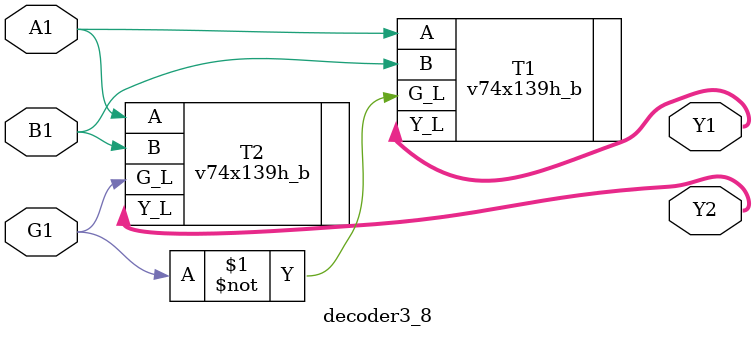
<source format=v>
`timescale 1ns / 1ps
module decoder3_8(
    input G1,
    input A1,
    input B1,
    output [3:0] Y1,
	 output [3:0] Y2
    );
	 
	 v74x139h_b T1 (.G_L(~G1), .A(A1), .B(B1), .Y_L(Y1));
	 v74x139h_b T2 (.G_L(G1), .A(A1), .B(B1), .Y_L(Y2));
	 
endmodule

</source>
